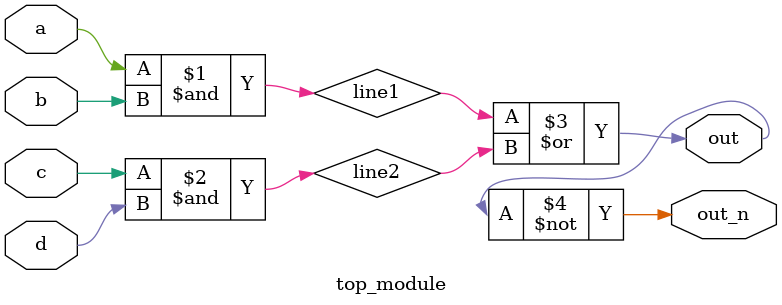
<source format=v>
module top_module( input a, b, c, d, output out, out_n   ); 
	wire line1, line2; // declaration of internal wires
    
    assign line1 = a & b;
    assign line2 = c & d;
    
    assign out = line1 | line2;
    assign out_n = ~out;
endmodule

</source>
